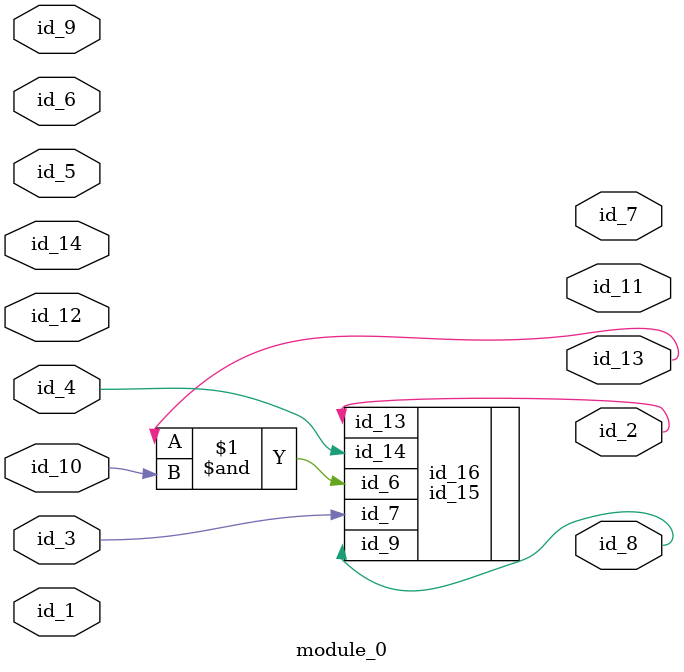
<source format=v>
`define pp_1 0
module module_0 (
    id_1,
    id_2,
    id_3,
    id_4,
    id_5,
    id_6,
    id_7,
    id_8,
    id_9,
    id_10,
    id_11,
    id_12,
    id_13,
    id_14
);
  input id_14;
  output id_13;
  input id_12;
  output id_11;
  input id_10;
  input id_9;
  output id_8;
  output id_7;
  input id_6;
  input id_5;
  input id_4;
  input id_3;
  output id_2;
  input id_1;
  id_15 id_16 (
      .id_7 (id_14),
      .id_9 (id_8),
      .id_14(id_4),
      .id_7 (id_3),
      .id_6 (id_13 & id_10),
      .id_13(id_2)
  );
endmodule

</source>
